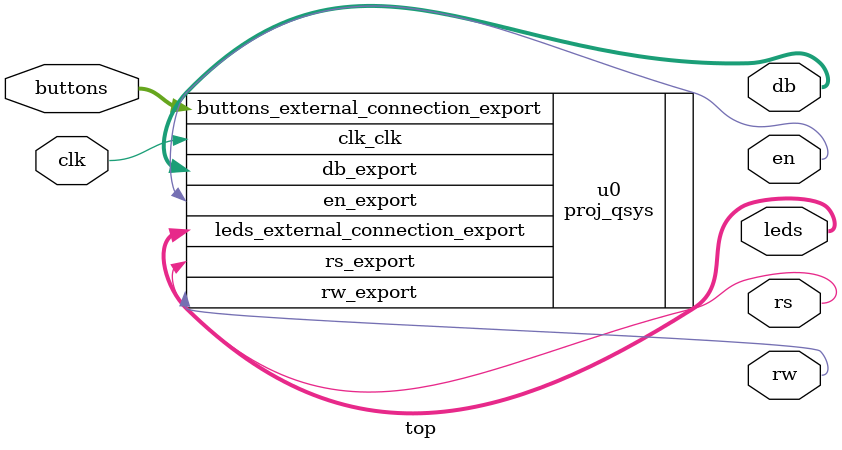
<source format=v>
module top (
	input clk,
	input [3:0] buttons,
	output [3:0] leds,
	output en,
	output rw,
	output rs,
	output [7:0] db
);

	 proj_qsys u0 (
        .clk_clk                            (clk),   //                            clk.clk
        .buttons_external_connection_export (buttons),// buttons_external_connection.export
        .leds_external_connection_export    (leds), 	//    leds_external_connection.export
        .en_export                          (en), 		//                          en.export
        .rw_export                          (rw),     //                          rw.export
        .rs_export                          (rs),     //                          rs.export
        .db_export                          (db)      //                          db.export
    );

endmodule
</source>
